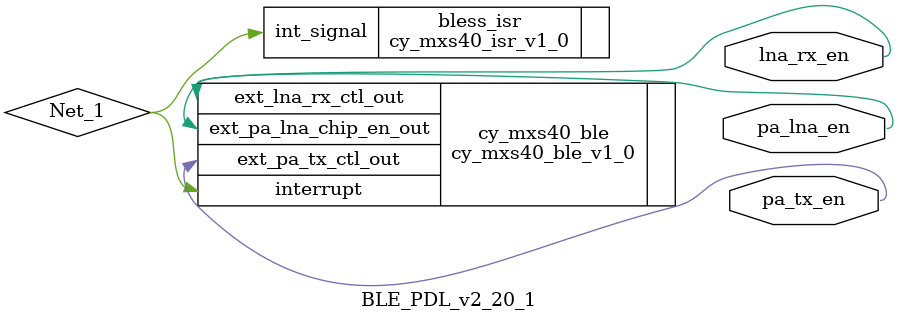
<source format=v>

`define CYDEV_CHIP_FAMILY_PSOC3 1
`define CYDEV_CHIP_FAMILY_PSOC4 2
`define CYDEV_CHIP_FAMILY_PSOC5 3
`define CYDEV_CHIP_FAMILY_PSOC6 4
`define CYDEV_CHIP_FAMILY_FM0P 5
`define CYDEV_CHIP_FAMILY_FM3 6
`define CYDEV_CHIP_FAMILY_FM4 7
`define CYDEV_CHIP_FAMILY_UNKNOWN 0
`define CYDEV_CHIP_MEMBER_UNKNOWN 0
`define CYDEV_CHIP_MEMBER_3A 1
`define CYDEV_CHIP_REVISION_3A_PRODUCTION 3
`define CYDEV_CHIP_REVISION_3A_ES3 3
`define CYDEV_CHIP_REVISION_3A_ES2 1
`define CYDEV_CHIP_REVISION_3A_ES1 0
`define CYDEV_CHIP_MEMBER_5B 2
`define CYDEV_CHIP_REVISION_5B_PRODUCTION 0
`define CYDEV_CHIP_REVISION_5B_ES0 0
`define CYDEV_CHIP_MEMBER_5A 3
`define CYDEV_CHIP_REVISION_5A_PRODUCTION 1
`define CYDEV_CHIP_REVISION_5A_ES1 1
`define CYDEV_CHIP_REVISION_5A_ES0 0
`define CYDEV_CHIP_MEMBER_4G 4
`define CYDEV_CHIP_REVISION_4G_PRODUCTION 17
`define CYDEV_CHIP_REVISION_4G_ES 17
`define CYDEV_CHIP_REVISION_4G_ES2 33
`define CYDEV_CHIP_MEMBER_4U 5
`define CYDEV_CHIP_REVISION_4U_PRODUCTION 0
`define CYDEV_CHIP_MEMBER_4E 6
`define CYDEV_CHIP_REVISION_4E_PRODUCTION 0
`define CYDEV_CHIP_REVISION_4E_CCG2_NO_USBPD 0
`define CYDEV_CHIP_MEMBER_4X 7
`define CYDEV_CHIP_REVISION_4X_PRODUCTION 0
`define CYDEV_CHIP_MEMBER_4O 8
`define CYDEV_CHIP_REVISION_4O_PRODUCTION 0
`define CYDEV_CHIP_MEMBER_4R 9
`define CYDEV_CHIP_REVISION_4R_PRODUCTION 0
`define CYDEV_CHIP_MEMBER_4T 10
`define CYDEV_CHIP_REVISION_4T_PRODUCTION 0
`define CYDEV_CHIP_MEMBER_4N 11
`define CYDEV_CHIP_REVISION_4N_PRODUCTION 0
`define CYDEV_CHIP_MEMBER_4S 12
`define CYDEV_CHIP_REVISION_4S_PRODUCTION 0
`define CYDEV_CHIP_MEMBER_4W 13
`define CYDEV_CHIP_REVISION_4W_PRODUCTION 0
`define CYDEV_CHIP_MEMBER_4AC 14
`define CYDEV_CHIP_REVISION_4AC_PRODUCTION 0
`define CYDEV_CHIP_MEMBER_4AD 15
`define CYDEV_CHIP_REVISION_4AD_PRODUCTION 0
`define CYDEV_CHIP_MEMBER_4AE 16
`define CYDEV_CHIP_REVISION_4AE_PRODUCTION 0
`define CYDEV_CHIP_MEMBER_4Q 17
`define CYDEV_CHIP_REVISION_4Q_PRODUCTION 0
`define CYDEV_CHIP_MEMBER_4Y 18
`define CYDEV_CHIP_REVISION_4Y_PRODUCTION 0
`define CYDEV_CHIP_MEMBER_4Z 19
`define CYDEV_CHIP_REVISION_4Z_PRODUCTION 0
`define CYDEV_CHIP_MEMBER_4D 20
`define CYDEV_CHIP_REVISION_4D_PRODUCTION 0
`define CYDEV_CHIP_MEMBER_4J 21
`define CYDEV_CHIP_REVISION_4J_PRODUCTION 0
`define CYDEV_CHIP_MEMBER_4K 22
`define CYDEV_CHIP_REVISION_4K_PRODUCTION 0
`define CYDEV_CHIP_MEMBER_4V 23
`define CYDEV_CHIP_REVISION_4V_PRODUCTION 0
`define CYDEV_CHIP_MEMBER_4H 24
`define CYDEV_CHIP_REVISION_4H_PRODUCTION 0
`define CYDEV_CHIP_MEMBER_4AA 25
`define CYDEV_CHIP_REVISION_4AA_PRODUCTION 0
`define CYDEV_CHIP_MEMBER_4A 26
`define CYDEV_CHIP_REVISION_4A_PRODUCTION 17
`define CYDEV_CHIP_REVISION_4A_ES0 17
`define CYDEV_CHIP_MEMBER_4F 27
`define CYDEV_CHIP_REVISION_4F_PRODUCTION 0
`define CYDEV_CHIP_REVISION_4F_PRODUCTION_256K 0
`define CYDEV_CHIP_REVISION_4F_PRODUCTION_256DMA 0
`define CYDEV_CHIP_MEMBER_4P 28
`define CYDEV_CHIP_REVISION_4P_PRODUCTION 0
`define CYDEV_CHIP_MEMBER_4M 29
`define CYDEV_CHIP_REVISION_4M_PRODUCTION 0
`define CYDEV_CHIP_MEMBER_4AB 30
`define CYDEV_CHIP_REVISION_4AB_PRODUCTION 0
`define CYDEV_CHIP_MEMBER_4L 31
`define CYDEV_CHIP_REVISION_4L_PRODUCTION 0
`define CYDEV_CHIP_MEMBER_4I 32
`define CYDEV_CHIP_REVISION_4I_PRODUCTION 0
`define CYDEV_CHIP_MEMBER_6A 33
`define CYDEV_CHIP_REVISION_6A_ES 17
`define CYDEV_CHIP_REVISION_6A_PRODUCTION 33
`define CYDEV_CHIP_REVISION_6A_NO_UDB 33
`define CYDEV_CHIP_MEMBER_PDL_FM0P_TYPE1 34
`define CYDEV_CHIP_REVISION_PDL_FM0P_TYPE1_PRODUCTION 0
`define CYDEV_CHIP_MEMBER_PDL_FM0P_TYPE2 35
`define CYDEV_CHIP_REVISION_PDL_FM0P_TYPE2_PRODUCTION 0
`define CYDEV_CHIP_MEMBER_PDL_FM0P_TYPE3 36
`define CYDEV_CHIP_REVISION_PDL_FM0P_TYPE3_PRODUCTION 0
`define CYDEV_CHIP_MEMBER_FM3 37
`define CYDEV_CHIP_REVISION_FM3_PRODUCTION 0
`define CYDEV_CHIP_MEMBER_FM4 38
`define CYDEV_CHIP_REVISION_FM4_PRODUCTION 0
`define CYDEV_CHIP_FAMILY_USED 4
`define CYDEV_CHIP_MEMBER_USED 33
`define CYDEV_CHIP_REVISION_USED 33
module bIncludeDriverToComponent_v1_0_0 ;





endmodule

// BLE_PDL_v2_20(AddQdepthPerConn=0, AutopopulateWhitelist=true, ConnectionCount=1, coresCount=0, EnableExternalLnaRxOutput=false, EnableExternalPaLnaOutput=false, EnableExternalPaTxOutput=false, EnableExternalPrepWriteBuff=false, EnableL2capLogicalChannels=true, EnableLinkLayerPrivacy=true, GapConfig=<?xml version="1.0" encoding="utf-16"?>\r\n<CyGapConfiguration_T2 xmlns:xsi="http://www.w3.org/2001/XMLSchema-instance" xmlns:xsd="http://www.w3.org/2001/XMLSchema">\r\n  <DeviceAddress>00A050000000</DeviceAddress>\r\n  <SiliconGeneratedAddress>true</SiliconGeneratedAddress>\r\n  <MtuSize>23</MtuSize>\r\n  <MaxTxPayloadSize>27</MaxTxPayloadSize>\r\n  <MaxRxPayloadSize>27</MaxRxPayloadSize>\r\n  <TxPowerLevelConnection>0</TxPowerLevelConnection>\r\n  <TxPowerLevelAdvScan>0</TxPowerLevelAdvScan>\r\n  <Le2Mbps>false</Le2Mbps>\r\n  <LePing>false</LePing>\r\n  <TxPowerCalRetention>false</TxPowerCalRetention>\r\n  <SecurityConfig>\r\n    <SecurityMode>SECURITY_MODE_1</SecurityMode>\r\n    <SecurityLevel>NO_SECURITY</SecurityLevel>\r\n    <StrictPairing>false</StrictPairing>\r\n    <KeypressNotifications>false</KeypressNotifications>\r\n    <IOCapability>NO_INPUT_NO_OUTPUT</IOCapability>\r\n    <PairingMethod>JUST_WORKS</PairingMethod>\r\n    <Bonding>NO_BOND</Bonding>\r\n    <BondListSize>16</BondListSize>\r\n    <WhitelistSize>16</WhitelistSize>\r\n    <EnableLinkLayerPrivacy>true</EnableLinkLayerPrivacy>\r\n    <ResolvingListSize>16</ResolvingListSize>\r\n    <EncryptionKeySize>16</EncryptionKeySize>\r\n  </SecurityConfig>\r\n  <AdditionalSecurityConfigList />\r\n  <PeripheralConfigList>\r\n    <CyPeripheralConfiguration>\r\n      <Name>Peripheral configuration 0</Name>\r\n      <GapRole>PERIPHERAL</GapRole>\r\n      <AdvertisementConfig>\r\n        <AdvScanMode>FAST_CONNECTION</AdvScanMode>\r\n        <AdvFastScanInterval>\r\n          <Minimum>80</Minimum>\r\n          <Maximum>100</Maximum>\r\n        </AdvFastScanInterval>\r\n        <AdvReducedScanInterval>\r\n          <Minimum>1000</Minimum>\r\n          <Maximum>10240</Maximum>\r\n        </AdvReducedScanInterval>\r\n        <AdvDiscoveryMode>GENERAL</AdvDiscoveryMode>\r\n        <AdvType>CONNECTABLE_UNDIRECTED</AdvType>\r\n        <AdvFilterPolicy>SCAN_REQUEST_ANY_CONNECT_REQUEST_ANY</AdvFilterPolicy>\r\n        <AdvChannelMap>ALL</AdvChannelMap>\r\n        <AdvFastTimeout>0</AdvFastTimeout>\r\n        <AdvReducedTimeout>150</AdvReducedTimeout>\r\n        <EnableReducedAdvertising>false</EnableReducedAdvertising>\r\n      </AdvertisementConfig>\r\n      <AdvertisementPacket>\r\n        <PacketType>ADVERTISEMENT</PacketType>\r\n        <Items>\r\n          <CyADStructure>\r\n            <ADType>1</ADType>\r\n            <ADData>06</ADData>\r\n          </CyADStructure>\r\n          <CyADStructure>\r\n            <ADType>9</ADType>\r\n            <ADData>55:41:52:54</ADData>\r\n          </CyADStructure>\r\n          <CyADStructure>\r\n            <ADType>33</ADType>\r\n            <ADData>07:4A:3C:8C:D7:83:B2:9B:44:44:E9:7F:B8:C1:5C:79</ADData>\r\n          </CyADStructure>\r\n        </Items>\r\n        <IncludedServicesServiceUuid />\r\n        <IncludedServicesServiceSolicitation />\r\n        <IncludedServicesServiceData>\r\n          <int>22</int>\r\n        </IncludedServicesServiceData>\r\n      </AdvertisementPacket>\r\n      <ScanResponsePacket>\r\n        <PacketType>SCAN_RESPONSE</PacketType>\r\n        <Items>\r\n          <CyADStructure>\r\n            <ADType>7</ADType>\r\n            <ADData>07:4A:3C:8C:D7:83:B2:9B:44:44:E9:7F:B8:C1:5C:79</ADData>\r\n          </CyADStructure>\r\n        </Items>\r\n        <IncludedServicesServiceUuid>\r\n          <int>22</int>\r\n        </IncludedServicesServiceUuid>\r\n        <IncludedServicesServiceSolicitation />\r\n        <IncludedServicesServiceData />\r\n      </ScanResponsePacket>\r\n    </CyPeripheralConfiguration>\r\n  </PeripheralConfigList>\r\n  <CentralConfigList />\r\n  <BroadcasterConfigList />\r\n  <ObserverConfigList />\r\n  <MixedPeripheralBroadcasterConfigList>\r\n    <CyPeripheralConfiguration>\r\n      <Name>Peripheral configuration 0</Name>\r\n      <GapRole>PERIPHERAL</GapRole>\r\n      <AdvertisementConfig>\r\n        <AdvScanMode>FAST_CONNECTION</AdvScanMode>\r\n        <AdvFastScanInterval>\r\n          <Minimum>80</Minimum>\r\n          <Maximum>100</Maximum>\r\n        </AdvFastScanInterval>\r\n        <AdvReducedScanInterval>\r\n          <Minimum>1000</Minimum>\r\n          <Maximum>10240</Maximum>\r\n        </AdvReducedScanInterval>\r\n        <AdvDiscoveryMode>GENERAL</AdvDiscoveryMode>\r\n        <AdvType>CONNECTABLE_UNDIRECTED</AdvType>\r\n        <AdvFilterPolicy>SCAN_REQUEST_ANY_CONNECT_REQUEST_ANY</AdvFilterPolicy>\r\n        <AdvChannelMap>ALL</AdvChannelMap>\r\n        <AdvFastTimeout>0</AdvFastTimeout>\r\n        <AdvReducedTimeout>150</AdvReducedTimeout>\r\n        <EnableReducedAdvertising>false</EnableReducedAdvertising>\r\n      </AdvertisementConfig>\r\n      <AdvertisementPacket>\r\n        <PacketType>ADVERTISEMENT</PacketType>\r\n        <Items>\r\n          <CyADStructure>\r\n            <ADType>1</ADType>\r\n            <ADData>06</ADData>\r\n          </CyADStructure>\r\n          <CyADStructure>\r\n            <ADType>9</ADType>\r\n            <ADData>55:41:52:54</ADData>\r\n          </CyADStructure>\r\n          <CyADStructure>\r\n            <ADType>33</ADType>\r\n            <ADData>07:4A:3C:8C:D7:83:B2:9B:44:44:E9:7F:B8:C1:5C:79</ADData>\r\n          </CyADStructure>\r\n        </Items>\r\n        <IncludedServicesServiceUuid />\r\n        <IncludedServicesServiceSolicitation />\r\n        <IncludedServicesServiceData>\r\n          <int>22</int>\r\n        </IncludedServicesServiceData>\r\n      </AdvertisementPacket>\r\n      <ScanResponsePacket>\r\n        <PacketType>SCAN_RESPONSE</PacketType>\r\n        <Items>\r\n          <CyADStructure>\r\n            <ADType>7</ADType>\r\n            <ADData>07:4A:3C:8C:D7:83:B2:9B:44:44:E9:7F:B8:C1:5C:79</ADData>\r\n          </CyADStructure>\r\n        </Items>\r\n        <IncludedServicesServiceUuid>\r\n          <int>22</int>\r\n        </IncludedServicesServiceUuid>\r\n        <IncludedServicesServiceSolicitation />\r\n        <IncludedServicesServiceData />\r\n      </ScanResponsePacket>\r\n    </CyPeripheralConfiguration>\r\n  </MixedPeripheralBroadcasterConfigList>\r\n  <MixedCentralObserverConfigList />\r\n  <GapRoles>\r\n    <CyEGapRole>PERIPHERAL</CyEGapRole>\r\n  </GapRoles>\r\n</CyGapConfiguration_T2>, HalBaudRate=115200, HalCtsEnable=true, HalCtsPolarity=0, HalOversampling=13, HalRtsEnable=true, HalRtsPolarity=0, HalRtsTriggerLevel=120, HciContrCore=1, HostCore=1, ImportFilePath=, KeypressNotifications=false, L2capMpsSize=23, L2capMtuSize=23, L2capNumChannels=1, L2capNumPsm=1, LE2Mbps=false, LLMaxRxPayloadSize=27, LLMaxTxPayloadSize=27, MaxAttrNoOfBuffer=0, MaxBondedDevices=16, MaxResolvableDevices=16, MaxWhitelistSize=16, Mode=0, PDL_PARAM=Csub="Core"  Cvariant="", ProfileConfig=<?xml version="1.0" encoding="utf-16"?>\r\n<Profile xmlns:xsi="http://www.w3.org/2001/XMLSchema-instance" xmlns:xsd="http://www.w3.org/2001/XMLSchema" ID="1" DisplayName="GATT" Name="GATT" Type="org.bluetooth.profile.custom">\r\n  <CyProfileRole ID="2" DisplayName="Server" Name="Server">\r\n    <CyService ID="3" DisplayName="Generic Access" Name="Generic Access" Type="org.bluetooth.service.generic_access" UUID="1800">\r\n      <CyCharacteristic ID="4" DisplayName="Device Name" Name="Device Name" Type="org.bluetooth.characteristic.gap.device_name" UUID="2A00">\r\n        <Field Name="Name">\r\n          <DataFormat>utf8s</DataFormat>\r\n          <ByteLength>4</ByteLength>\r\n          <FillRequirement>C1</FillRequirement>\r\n          <ValueType>BASIC</ValueType>\r\n          <GeneralValue>UART</GeneralValue>\r\n          <ArrayValue />\r\n        </Field>\r\n        <Properties>\r\n          <Property Type="READ" Present="true" Mandatory="true" />\r\n          <Property Type="WRITE" Present="false" Mandatory="false" />\r\n        </Properties>\r\n        <Permission />\r\n      </CyCharacteristic>\r\n      <CyCharacteristic ID="5" DisplayName="Appearance" Name="Appearance" Type="org.bluetooth.characteristic.gap.appearance" UUID="2A01">\r\n        <Field Name="Category">\r\n          <DataFormat>16bit</DataFormat>\r\n          <ByteLength>2</ByteLength>\r\n          <FillRequirement>C1</FillRequirement>\r\n          <ValueType>ENUM</ValueType>\r\n          <ArrayValue />\r\n        </Field>\r\n        <Properties>\r\n          <Property Type="READ" Present="true" Mandatory="true" />\r\n        </Properties>\r\n        <Permission />\r\n      </CyCharacteristic>\r\n      <CyCharacteristic ID="6" DisplayName="Peripheral Preferred Connection Parameters" Name="Peripheral Preferred Connection Parameters" Type="org.bluetooth.characteristic.gap.peripheral_preferred_connection_parameters" UUID="2A04">\r\n        <Field Name="Minimum Connection Interval">\r\n          <DataFormat>uint16</DataFormat>\r\n          <ByteLength>2</ByteLength>\r\n          <Range>\r\n            <IsDeclared>true</IsDeclared>\r\n            <Minimum>6</Minimum>\r\n            <Maximum>3200</Maximum>\r\n          </Range>\r\n          <ValueType>BASIC</ValueType>\r\n          <GeneralValue>0x0006</GeneralValue>\r\n          <ArrayValue />\r\n        </Field>\r\n        <Field Name="Maximum Connection Interval">\r\n          <DataFormat>uint16</DataFormat>\r\n          <ByteLength>2</ByteLength>\r\n          <Range>\r\n            <IsDeclared>true</IsDeclared>\r\n            <Minimum>6</Minimum>\r\n            <Maximum>3200</Maximum>\r\n          </Range>\r\n          <ValueType>BASIC</ValueType>\r\n          <GeneralValue>0x0028</GeneralValue>\r\n          <ArrayValue />\r\n        </Field>\r\n        <Field Name="Slave Latency">\r\n          <DataFormat>uint16</DataFormat>\r\n          <ByteLength>2</ByteLength>\r\n          <Range>\r\n            <IsDeclared>true</IsDeclared>\r\n            <Minimum>0</Minimum>\r\n            <Maximum>499</Maximum>\r\n          </Range>\r\n          <ValueType>BASIC</ValueType>\r\n          <GeneralValue>0</GeneralValue>\r\n          <ArrayValue />\r\n        </Field>\r\n        <Field Name="Connection Supervision Timeout Multiplier">\r\n          <DataFormat>uint16</DataFormat>\r\n          <ByteLength>2</ByteLength>\r\n          <Range>\r\n            <IsDeclared>true</IsDeclared>\r\n            <Minimum>10</Minimum>\r\n            <Maximum>3200</Maximum>\r\n          </Range>\r\n          <ValueType>BASIC</ValueType>\r\n          <GeneralValue>0x03E8</GeneralValue>\r\n          <ArrayValue />\r\n        </Field>\r\n        <Properties>\r\n          <Property Type="READ" Present="true" Mandatory="true" />\r\n        </Properties>\r\n        <Permission />\r\n      </CyCharacteristic>\r\n      <CyCharacteristic ID="7" DisplayName="Central Address Resolution" Name="Central Address Resolution" Type="org.bluetooth.characteristic.gap.central_address_resolution" UUID="2AA6">\r\n        <Field Name="Central Address Resolution Support">\r\n          <DataFormat>uint8</DataFormat>\r\n          <ByteLength>1</ByteLength>\r\n          <ValueType>ENUM</ValueType>\r\n          <ArrayValue />\r\n        </Field>\r\n        <Properties>\r\n          <Property Type="READ" Present="true" Mandatory="true" />\r\n        </Properties>\r\n        <Permission />\r\n      </CyCharacteristic>\r\n      <CyCharacteristic ID="8" DisplayName="Resolvable Private Address Only" Name="Resolvable Private Address Only" Type="org.bluetooth.characteristic.gap.resolvable_private_address_only" UUID="2AC9">\r\n        <Field Name="Resolvable Private Address Only">\r\n          <DataFormat>uint8</DataFormat>\r\n          <ByteLength>1</ByteLength>\r\n          <ValueType>ENUM</ValueType>\r\n          <ArrayValue />\r\n        </Field>\r\n        <Properties>\r\n          <Property Type="READ" Present="true" Mandatory="true" />\r\n        </Properties>\r\n        <Permission />\r\n      </CyCharacteristic>\r\n      <Declaration>PrimarySingleInstance</Declaration>\r\n      <IncludedServices />\r\n    </CyService>\r\n    <CyService ID="9" DisplayName="Generic Attribute" Name="Generic Attribute" Type="org.bluetooth.service.generic_attribute" UUID="1801">\r\n      <CyCharacteristic ID="10" DisplayName="Service Changed" Name="Service Changed" Type="org.bluetooth.characteristic.gatt.service_changed" UUID="2A05">\r\n        <CyDescriptor ID="11" DisplayName="Client Characteristic Configuration" Name="Client Characteristic Configuration" Type="org.bluetooth.descriptor.gatt.client_characteristic_configuration" UUID="2902">\r\n          <Field Name="Properties">\r\n            <DataFormat>16bit</DataFormat>\r\n            <ByteLength>2</ByteLength>\r\n            <Range>\r\n              <IsDeclared>true</IsDeclared>\r\n              <Minimum>0</Minimum>\r\n              <Maximum>3</Maximum>\r\n            </Range>\r\n            <ValueType>BITFIELD</ValueType>\r\n            <Bit>\r\n              <Index>0</Index>\r\n              <Size>1</Size>\r\n              <Value>0</Value>\r\n              <Enumerations>\r\n                <Enumeration key="0" value="Notifications disabled" />\r\n                <Enumeration key="1" value="Notifications enabled" />\r\n              </Enumerations>\r\n            </Bit>\r\n            <Bit>\r\n              <Index>1</Index>\r\n              <Size>1</Size>\r\n              <Value>0</Value>\r\n              <Enumerations>\r\n                <Enumeration key="0" value="Indications disabled" />\r\n                <Enumeration key="1" value="Indications enabled" />\r\n              </Enumerations>\r\n            </Bit>\r\n            <ArrayValue />\r\n          </Field>\r\n          <Properties>\r\n            <Property Type="READ" Present="true" Mandatory="true" />\r\n            <Property Type="WRITE" Present="true" Mandatory="true" />\r\n          </Properties>\r\n          <Permission>\r\n            <AccessPermission>READ_WRITE</AccessPermission>\r\n          </Permission>\r\n        </CyDescriptor>\r\n        <Field Name="Start of Affected Attribute Handle Range">\r\n          <DataFormat>uint16</DataFormat>\r\n          <ByteLength>2</ByteLength>\r\n          <Range>\r\n            <IsDeclared>true</IsDeclared>\r\n            <Minimum>1</Minimum>\r\n            <Maximum>65535</Maximum>\r\n          </Range>\r\n          <ValueType>BASIC</ValueType>\r\n          <ArrayValue />\r\n        </Field>\r\n        <Field Name="End of Affected Attribute Handle Range">\r\n          <DataFormat>uint16</DataFormat>\r\n          <ByteLength>2</ByteLength>\r\n          <Range>\r\n            <IsDeclared>true</IsDeclared>\r\n            <Minimum>1</Minimum>\r\n            <Maximum>65535</Maximum>\r\n          </Range>\r\n          <ValueType>BASIC</ValueType>\r\n          <ArrayValue />\r\n        </Field>\r\n        <Properties>\r\n          <Property Type="INDICATE" Present="true" Mandatory="true" />\r\n        </Properties>\r\n        <Permission>\r\n          <AccessPermission>NONE</AccessPermission>\r\n        </Permission>\r\n      </CyCharacteristic>\r\n      <Declaration>PrimarySingleInstance</Declaration>\r\n      <IncludedServices />\r\n    </CyService>\r\n    <CyService ID="22" DisplayName="Wireless UART" Name="Custom Service" Type="org.bluetooth.service.custom" UUID="795CC1B87FE944449BB283D78C3C4A07">\r\n      <CyCharacteristic ID="23" DisplayName="Receive" Name="Custom Characteristic" Type="org.bluetooth.characteristic.custom" UUID="58A0561C6910439B822C61F664F9A6A9">\r\n        <CyDescriptor ID="28" DisplayName="Characteristic User Description" Name="Characteristic User Description" Type="org.bluetooth.descriptor.gatt.characteristic_user_description" UUID="2901">\r\n          <Field Name="User Description">\r\n            <DataFormat>utf8s</DataFormat>\r\n            <ByteLength>47</ByteLength>\r\n            <ValueType>BASIC</ValueType>\r\n            <GeneralValue>Operation mode for sending temperature readings</GeneralValue>\r\n            <ArrayValue />\r\n          </Field>\r\n          <Properties>\r\n            <Property Type="READ" Present="true" Mandatory="false" />\r\n            <Property Type="WRITE" Present="false" Mandatory="false" />\r\n          </Properties>\r\n          <Permission />\r\n        </CyDescriptor>\r\n        <Field Name="New field">\r\n          <DataFormat>uint8</DataFormat>\r\n          <ByteLength>1</ByteLength>\r\n          <ValueType>BASIC</ValueType>\r\n          <ArrayValue />\r\n        </Field>\r\n        <Properties>\r\n          <Property Type="BROADCAST" Present="false" Mandatory="false" />\r\n          <Property Type="READ" Present="false" Mandatory="false" />\r\n          <Property Type="WRITE" Present="true" Mandatory="false" />\r\n          <Property Type="WRITE_WITHOUT_RESPONSE" Present="false" Mandatory="false" />\r\n          <Property Type="NOTIFY" Present="false" Mandatory="false" />\r\n          <Property Type="INDICATE" Present="false" Mandatory="false" />\r\n          <Property Type="AUTHENTICATED_SIGNED_WRITES" Present="false" Mandatory="false" />\r\n          <Property Type="RELIABLE_WRITE" Present="false" Mandatory="false" />\r\n          <Property Type="WRITABLE_AUXILIARIES" Present="false" Mandatory="false" />\r\n        </Properties>\r\n        <Permission>\r\n          <AccessPermission>WRITE</AccessPermission>\r\n        </Permission>\r\n      </CyCharacteristic>\r\n      <CyCharacteristic ID="25" DisplayName="Transmit" Name="Custom Characteristic" Type="org.bluetooth.characteristic.custom" UUID="87FCAD7558CA4A2090675C2CC0F85DF9">\r\n        <Field Name="New field">\r\n          <DataFormat>uint8</DataFormat>\r\n          <ByteLength>1</ByteLength>\r\n          <ValueType>BASIC</ValueType>\r\n          <ArrayValue />\r\n        </Field>\r\n        <Properties>\r\n          <Property Type="BROADCAST" Present="false" Mandatory="false" />\r\n          <Property Type="READ" Present="true" Mandatory="false" />\r\n          <Property Type="WRITE" Present="false" Mandatory="false" />\r\n          <Property Type="WRITE_WITHOUT_RESPONSE" Present="false" Mandatory="false" />\r\n          <Property Type="NOTIFY" Present="false" Mandatory="false" />\r\n          <Property Type="INDICATE" Present="false" Mandatory="false" />\r\n          <Property Type="AUTHENTICATED_SIGNED_WRITES" Present="false" Mandatory="false" />\r\n          <Property Type="RELIABLE_WRITE" Present="false" Mandatory="false" />\r\n          <Property Type="WRITABLE_AUXILIARIES" Present="false" Mandatory="false" />\r\n        </Properties>\r\n        <Permission />\r\n      </CyCharacteristic>\r\n      <Declaration>Primary</Declaration>\r\n      <IncludedServices />\r\n    </CyService>\r\n    <RoleType>SERVER</RoleType>\r\n  </CyProfileRole>\r\n  <CyProfileRole ID="12" DisplayName="Client" Name="Client">\r\n    <CyService ID="13" DisplayName="Generic Access" Name="Generic Access" Type="org.bluetooth.service.generic_access" UUID="1800">\r\n      <CyCharacteristic ID="14" DisplayName="Device Name" Name="Device Name" Type="org.bluetooth.characteristic.gap.device_name" UUID="2A00">\r\n        <Field Name="Name">\r\n          <DataFormat>utf8s</DataFormat>\r\n          <ByteLength>0</ByteLength>\r\n          <FillRequirement>C1</FillRequirement>\r\n          <ValueType>BASIC</ValueType>\r\n          <ArrayValue />\r\n        </Field>\r\n        <Properties>\r\n          <Property Type="READ" Present="true" Mandatory="true" />\r\n          <Property Type="WRITE" Present="false" Mandatory="false" />\r\n        </Properties>\r\n        <Permission />\r\n      </CyCharacteristic>\r\n      <CyCharacteristic ID="15" DisplayName="Appearance" Name="Appearance" Type="org.bluetooth.characteristic.gap.appearance" UUID="2A01">\r\n        <Field Name="Category">\r\n          <DataFormat>16bit</DataFormat>\r\n          <ByteLength>2</ByteLength>\r\n          <FillRequirement>C1</FillRequirement>\r\n          <ValueType>ENUM</ValueType>\r\n          <ArrayValue />\r\n        </Field>\r\n        <Properties>\r\n          <Property Type="READ" Present="true" Mandatory="true" />\r\n        </Properties>\r\n        <Permission />\r\n      </CyCharacteristic>\r\n      <CyCharacteristic ID="16" DisplayName="Peripheral Preferred Connection Parameters" Name="Peripheral Preferred Connection Parameters" Type="org.bluetooth.characteristic.gap.peripheral_preferred_connection_parameters" UUID="2A04">\r\n        <Field Name="Minimum Connection Interval">\r\n          <DataFormat>uint16</DataFormat>\r\n          <ByteLength>2</ByteLength>\r\n          <Range>\r\n            <IsDeclared>true</IsDeclared>\r\n            <Minimum>6</Minimum>\r\n            <Maximum>3200</Maximum>\r\n          </Range>\r\n          <ValueType>BASIC</ValueType>\r\n          <GeneralValue>0x0006</GeneralValue>\r\n          <ArrayValue />\r\n        </Field>\r\n        <Field Name="Maximum Connection Interval">\r\n          <DataFormat>uint16</DataFormat>\r\n          <ByteLength>2</ByteLength>\r\n          <Range>\r\n            <IsDeclared>true</IsDeclared>\r\n            <Minimum>6</Minimum>\r\n            <Maximum>3200</Maximum>\r\n          </Range>\r\n          <ValueType>BASIC</ValueType>\r\n          <GeneralValue>0x0028</GeneralValue>\r\n          <ArrayValue />\r\n        </Field>\r\n        <Field Name="Slave Latency">\r\n          <DataFormat>uint16</DataFormat>\r\n          <ByteLength>2</ByteLength>\r\n          <Range>\r\n            <IsDeclared>true</IsDeclared>\r\n            <Minimum>0</Minimum>\r\n            <Maximum>499</Maximum>\r\n          </Range>\r\n          <ValueType>BASIC</ValueType>\r\n          <GeneralValue>0</GeneralValue>\r\n          <ArrayValue />\r\n        </Field>\r\n        <Field Name="Connection Supervision Timeout Multiplier">\r\n          <DataFormat>uint16</DataFormat>\r\n          <ByteLength>2</ByteLength>\r\n          <Range>\r\n            <IsDeclared>true</IsDeclared>\r\n            <Minimum>10</Minimum>\r\n            <Maximum>3200</Maximum>\r\n          </Range>\r\n          <ValueType>BASIC</ValueType>\r\n          <GeneralValue>0x03E8</GeneralValue>\r\n          <ArrayValue />\r\n        </Field>\r\n        <Properties>\r\n          <Property Type="READ" Present="true" Mandatory="true" />\r\n        </Properties>\r\n        <Permission />\r\n      </CyCharacteristic>\r\n      <CyCharacteristic ID="17" DisplayName="Central Address Resolution" Name="Central Address Resolution" Type="org.bluetooth.characteristic.gap.central_address_resolution" UUID="2AA6">\r\n        <Field Name="Central Address Resolution Support">\r\n          <DataFormat>uint8</DataFormat>\r\n          <ByteLength>1</ByteLength>\r\n          <ValueType>ENUM</ValueType>\r\n          <ArrayValue />\r\n        </Field>\r\n        <Properties>\r\n          <Property Type="READ" Present="true" Mandatory="true" />\r\n        </Properties>\r\n        <Permission />\r\n      </CyCharacteristic>\r\n      <CyCharacteristic ID="18" DisplayName="Resolvable Private Address Only" Name="Resolvable Private Address Only" Type="org.bluetooth.characteristic.gap.resolvable_private_address_only" UUID="2AC9">\r\n        <Field Name="Resolvable Private Address Only">\r\n          <DataFormat>uint8</DataFormat>\r\n          <ByteLength>1</ByteLength>\r\n          <ValueType>ENUM</ValueType>\r\n          <ArrayValue />\r\n        </Field>\r\n        <Properties>\r\n          <Property Type="READ" Present="true" Mandatory="true" />\r\n        </Properties>\r\n        <Permission />\r\n      </CyCharacteristic>\r\n      <Declaration>PrimarySingleInstance</Declaration>\r\n      <IncludedServices />\r\n    </CyService>\r\n    <CyService ID="19" DisplayName="Generic Attribute" Name="Generic Attribute" Type="org.bluetooth.service.generic_attribute" UUID="1801">\r\n      <CyCharacteristic ID="20" DisplayName="Service Changed" Name="Service Changed" Type="org.bluetooth.characteristic.gatt.service_changed" UUID="2A05">\r\n        <CyDescriptor ID="21" DisplayName="Client Characteristic Configuration" Name="Client Characteristic Configuration" Type="org.bluetooth.descriptor.gatt.client_characteristic_configuration" UUID="2902">\r\n          <Field Name="Properties">\r\n            <DataFormat>16bit</DataFormat>\r\n            <ByteLength>2</ByteLength>\r\n            <Range>\r\n              <IsDeclared>true</IsDeclared>\r\n              <Minimum>0</Minimum>\r\n              <Maximum>3</Maximum>\r\n            </Range>\r\n            <ValueType>BITFIELD</ValueType>\r\n            <Bit>\r\n              <Index>0</Index>\r\n              <Size>1</Size>\r\n              <Value>0</Value>\r\n              <Enumerations>\r\n                <Enumeration key="0" value="Notifications disabled" />\r\n                <Enumeration key="1" value="Notifications enabled" />\r\n              </Enumerations>\r\n            </Bit>\r\n            <Bit>\r\n              <Index>1</Index>\r\n              <Size>1</Size>\r\n              <Value>0</Value>\r\n              <Enumerations>\r\n                <Enumeration key="0" value="Indications disabled" />\r\n                <Enumeration key="1" value="Indications enabled" />\r\n              </Enumerations>\r\n            </Bit>\r\n            <ArrayValue />\r\n          </Field>\r\n          <Properties>\r\n            <Property Type="READ" Present="true" Mandatory="true" />\r\n            <Property Type="WRITE" Present="true" Mandatory="true" />\r\n          </Properties>\r\n          <Permission>\r\n            <AccessPermission>READ_WRITE</AccessPermission>\r\n          </Permission>\r\n        </CyDescriptor>\r\n        <Field Name="Start of Affected Attribute Handle Range">\r\n          <DataFormat>uint16</DataFormat>\r\n          <ByteLength>2</ByteLength>\r\n          <Range>\r\n            <IsDeclared>true</IsDeclared>\r\n            <Minimum>1</Minimum>\r\n            <Maximum>65535</Maximum>\r\n          </Range>\r\n          <ValueType>BASIC</ValueType>\r\n          <ArrayValue />\r\n        </Field>\r\n        <Field Name="End of Affected Attribute Handle Range">\r\n          <DataFormat>uint16</DataFormat>\r\n          <ByteLength>2</ByteLength>\r\n          <Range>\r\n            <IsDeclared>true</IsDeclared>\r\n            <Minimum>1</Minimum>\r\n            <Maximum>65535</Maximum>\r\n          </Range>\r\n          <ValueType>BASIC</ValueType>\r\n          <ArrayValue />\r\n        </Field>\r\n        <Properties>\r\n          <Property Type="INDICATE" Present="true" Mandatory="true" />\r\n        </Properties>\r\n        <Permission>\r\n          <AccessPermission>NONE</AccessPermission>\r\n        </Permission>\r\n      </CyCharacteristic>\r\n      <Declaration>PrimarySingleInstance</Declaration>\r\n      <IncludedServices />\r\n    </CyService>\r\n    <RoleType>CLIENT</RoleType>\r\n  </CyProfileRole>\r\n  <ClientInstCount>0</ClientInstCount>\r\n</Profile>, RadioPowerCalibration=false, SharingMode=0, SmartMeshConfig=, SmartMeshMode=false, StackMode=3, StrictPairing=false, UseDeepSleep=true, CY_API_CALLBACK_HEADER_INCLUDE=#include "cyapicallbacks.h", CY_COMMENT=, CY_COMPONENT_NAME=BLE_PDL_v2_20, CY_CONFIG_TITLE=BLE, CY_CONST_CONFIG=true, CY_CONTROL_FILE=<:default:>, CY_DATASHEET_FILE=BLE_PDL_v2_20.pdf, CY_FITTER_NAME=BLE, CY_INSTANCE_SHORT_NAME=BLE, CY_MAJOR_VERSION=2, CY_MINOR_VERSION=20, CY_PDL_DRIVER_NAME=ble, CY_PDL_DRIVER_REQ_VERSION=2.0.0, CY_PDL_DRIVER_SUBGROUP=Core, CY_PDL_DRIVER_VARIANT=, CY_REMOVE=false, CY_SUPPRESS_API_GEN=false, CY_VERSION=PSoC Creator  4.4, INSTANCE_NAME=BLE, )
module BLE_PDL_v2_20_1 (
    lna_rx_en,
    pa_lna_en,
    pa_tx_en);
    output      lna_rx_en;
    output      pa_lna_en;
    output      pa_tx_en;


          wire  Net_59;
          wire  Net_66;
          wire  Net_63;
          wire  Net_65;
          wire  Net_64;
          wire  Net_62;
          wire  Net_60;
          wire  Net_58;
          wire  Net_61;
          wire  Net_37;
          wire  Net_52;
          wire  Net_41;
          wire  Net_43;
          wire  Net_42;
          wire  Net_40;
          wire  Net_38;
          wire  Net_36;
          wire  Net_39;
          wire  Net_3;
          wire  Net_2;
          wire  Net_1;

    cy_mxs40_ble_v1_0 cy_mxs40_ble (
        .ext_lna_rx_ctl_out(lna_rx_en),
        .ext_pa_lna_chip_en_out(pa_lna_en),
        .ext_pa_tx_ctl_out(pa_tx_en),
        .interrupt(Net_1));
    defparam cy_mxs40_ble.low_power = 1;


	cy_mxs40_isr_v1_0
		#(.deepsleep_required(1),
		  .int_type(2'b10))
		bless_isr
		 (.int_signal(Net_1));


    bIncludeDriverToComponent_v1_0_0 IncludeBleLibs ();



endmodule

// top
module top ;

          wire  Net_57;
          wire  Net_59;
          wire  Net_58;

    BLE_PDL_v2_20_1 BLE (
        .lna_rx_en(Net_58),
        .pa_lna_en(Net_59),
        .pa_tx_en(Net_57));



endmodule


</source>
